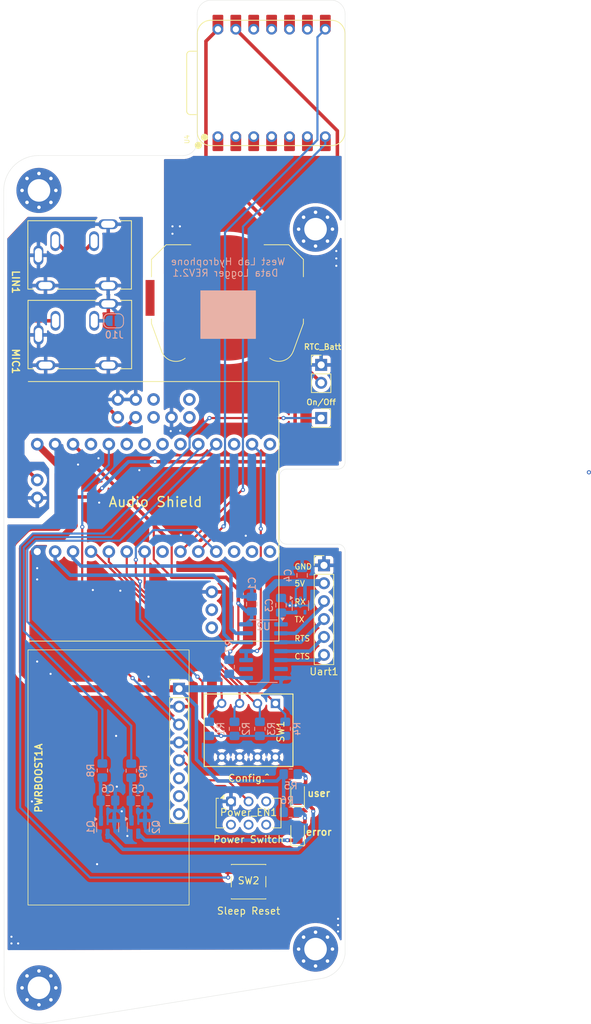
<source format=kicad_pcb>
(kicad_pcb (version 20241229) (generator "pcbnew") (generator_version "9.0")
  (title_block (rev "2"))
  (layers (0 "F.Cu" signal "Front") (2 "B.Cu" signal "Back") (13 "F.Paste" user) (15 "B.Paste" user) (5 "F.SilkS" user "F.Silkscreen") (7 "B.SilkS" user "B.Silkscreen") (1 "F.Mask" user) (3 "B.Mask" user) (25 "Edge.Cuts" user))
  (net 0 "")
  (net 1 "GND")
  (net 2 "+3V3")
  (net 3 "Net-(BT1-+)")
  (net 4 "Net-(D1-A)")
  (net 5 "Net-(D2-A)")
  (net 6 "Net-(R1-Pad2)")
  (net 7 "Net-(R1-Pad1)")
  (net 8 "Net-(R2-Pad2)")
  (net 9 "+1V8")
  (net 10 "Net-(R4-Pad2)")
  (net 11 "+5V")
  (net 12 "Net-(J3-Pin_5)")
  (net 13 "Net-(J10-Pin_2)")
  (net 14 "Net-(Power_EN1-Pin_2)")
  (net 16 "Net-(J1-Pin_1)")
  (net 17 "Net-(J3-Pin_6)")
  (net 18 "Net-(J3-Pin_4)")
  (net 19 "Net-(J3-Pin_3)")
  (net 20 "Net-(U2-OE)")
  (net 21 "Net-(U2-B2)")
  (net 22 "Net-(U2-B1)")
  (net 23 "Net-(U2-B3)")
  (net 27 "Net-(LIN1-Pad3)")
  (net 28 "Net-(LIN1-Pad2)")
  (net 29 "Net-(MIC1-Pad2)")
  (net 30 "nrf_TX")
  (net 39 "nrf_RX")
  (net 44 "Net-(RV1-Pad3)")
  (net 46 "Net-(RV1-Pad2)")
  (net 50 "Net-(U1-LBO)")
  (net 51 "Audio_GND")
  (net 52 "Net-(D1-K)")
  (net 53 "Net-(D2-K)")
  (net 54 "Net-(Q1-G)")
  (net 55 "Net-(Q2-G)")
  (net 56 "Net-(R8-Pad1)")
  (net 57 "Net-(R9-Pad1)")
  (net 76 "Net-(R3-Pad2)")
  (footprint "Project_Footprint_Lib:XIAO-nRF52840-DIP" (layer "F.Cu") (at 150.5685 25.25 90)
    (property "Reference" "U4")
    (property "Value" "XIAO-Add-On")
  )
  (footprint "LED_SMD:LED_0805_2012Metric_Pad1.15x1.40mm_HandSolder" (layer "F.Cu") (at 154.26125 126.08875 90)
    (property "Reference" "D1" (hide yes))
    (property "Value" "user")
  )
  (footprint "Button_Switch_THT:SW_CK_JS202011CQN_DPDT_Straight" (layer "F.Cu") (at 144.8 127.2)
    (property "Reference" "Power_EN1")
    (property "Value" "Power Switch")
  )
  (footprint "MountingHole:MountingHole_3.2mm_M3_Pad_Via" (layer "F.Cu") (at 117.552944 153.652505)
    (property "Reference" "J6" (hide yes))
    (property "Value" "Mounting Hole" (hide yes))
  )
  (footprint "Connector_PinSocket_2.54mm:PinSocket_1x01_P2.54mm_Vertical" (layer "F.Cu") (at 157.6 72.8)
    (property "Reference" "J1" (hide yes))
    (property "Value" "On/Off")
  )
  (footprint "Button_Switch_SMD:SW_SPST_PTS647_Sx38" (layer "F.Cu") (at 147.3 138.59)
    (property "Reference" "SW2")
    (property "Value" "Sleep Reset")
  )
  (footprint "MountingHole:MountingHole_3.2mm_M3_Pad_Via" (layer "F.Cu") (at 117.552944 40.5)
    (property "Reference" "J5" (hide yes))
    (property "Value" "Mounting Hole")
  )
  (footprint "Battery:BatteryHolder_Keystone_3034_1x20mm" (layer "F.Cu") (at 144.3 55.75)
    (property "Reference" "BT1" (hide yes))
    (property "Value" "RTC_CoinCell" (hide yes))
  )
  (footprint "Connector_PinHeader_2.54mm:PinHeader_1x06_P2.54mm_Vertical" (layer "F.Cu") (at 158 93.7)
    (property "Reference" "J3" (hide yes))
    (property "Value" "Uart1")
  )
  (footprint "MountingHole:MountingHole_3.2mm_M3_Pad_Via" (layer "F.Cu") (at 156.802944 46)
    (property "Reference" "J8" (hide yes))
    (property "Value" "Mounting Hole")
  )
  (footprint "Dev_boards:ADA_powerBoost1A" (layer "F.Cu") (at 137.4275 111.21)
    (property "Reference" "U1" (hide yes))
    (property "Value" "~" (hide yes))
  )
  (footprint "Dev_boards:AUDIOSHIELD" (layer "F.Cu") (at 133.82 86.67)
    (property "Reference" "T1" (hide yes))
    (property "Value" "~")
  )
  (footprint "LED_SMD:LED_0805_2012Metric_Pad1.15x1.40mm_HandSolder" (layer "F.Cu") (at 154.26125 131.61375 90)
    (property "Reference" "D2" (hide yes))
    (property "Value" "error")
  )
  (footprint "Imports:DIP8_208-4_CTS" (layer "F.Cu") (at 151.11 113.29 -90)
    (property "Reference" "SW1")
    (property "Value" "SW_DIP_x04" (hide yes))
  )
  (footprint "Connector_Audio:CUI_SJ1-3533NS" (layer "F.Cu") (at 117.475 49.7)
    (property "Reference" "LIN1")
    (property "Value" "SJ1-3533NS" (hide yes))
  )
  (footprint "Connector_Audio:CUI_SJ1-3533NS" (layer "F.Cu") (at 117.5 61)
    (property "Reference" "MIC1")
    (property "Value" "SJ1-3533NS" (hide yes))
  )
  (footprint "Connector_PinHeader_2.54mm:PinHeader_1x02_P2.54mm_Vertical" (layer "F.Cu") (at 157.6 65.26)
    (property "Reference" "J2" (hide yes))
    (property "Value" "RTC_Batt")
  )
  (footprint "MountingHole:MountingHole_3.2mm_M3_Pad_Via" (layer "F.Cu") (at 156.802944 148.152505)
    (property "Reference" "J7" (hide yes))
    (property "Value" "Mounting Hole")
  )
  (footprint "Package_TO_SOT_SMD:SOT-23" (layer "B.Cu") (at 131.65 130.8375 -90)
    (property "Reference" "Q2")
    (property "Value" "2N7002")
  )
  (footprint "Package_TO_SOT_SMD:SOT-23" (layer "B.Cu") (at 127.3 130.875 -90)
    (property "Reference" "Q1")
    (property "Value" "2N7002")
  )
  (footprint "Capacitor_SMD:C_0805_2012Metric_Pad1.18x1.45mm_HandSolder" (layer "B.Cu") (at 131.6125 127.1 180)
    (property "Reference" "C5")
    (property "Value" "10n")
  )
  (footprint "Capacitor_SMD:C_0805_2012Metric_Pad1.18x1.45mm_HandSolder" (layer "B.Cu") (at 127.3375 127.075 180)
    (property "Reference" "C6")
    (property "Value" "10n")
  )
  (footprint "Resistor_SMD:R_0805_2012Metric_Pad1.20x1.40mm_HandSolder" (layer "B.Cu") (at 144.55 108.1 -90)
    (property "Reference" "R7")
    (property "Value" "10k")
  )
  (footprint "Resistor_SMD:R_0805_2012Metric_Pad1.20x1.40mm_HandSolder" (layer "B.Cu") (at 148.9 116.9 90)
    (property "Reference" "R3")
    (property "Value" "100k")
  )
  (footprint "Capacitor_SMD:C_0805_2012Metric_Pad1.18x1.45mm_HandSolder" (layer "B.Cu") (at 151.9 99.3625 -90)
    (property "Reference" "C3")
    (property "Value" "100n")
  )
  (footprint "Resistor_SMD:R_0805_2012Metric_Pad1.20x1.40mm_HandSolder" (layer "B.Cu") (at 152.5 116.9 90)
    (property "Reference" "R4")
    (property "Value" "100k")
  )
  (footprint "Resistor_SMD:R_0805_2012Metric_Pad1.20x1.40mm_HandSolder" (layer "B.Cu") (at 141.7 116.9 90)
    (property "Reference" "R1")
    (property "Value" "100k")
  )
  (footprint "Resistor_SMD:R_0805_2012Metric_Pad1.20x1.40mm_HandSolder" (layer "B.Cu") (at 153.27875 123.32875)
    (property "Reference" "R5")
    (property "Value" "470")
  )
  (footprint "Capacitor_SMD:C_0805_2012Metric_Pad1.18x1.45mm_HandSolder" (layer "B.Cu") (at 147.75 99.2 -90)
    (property "Reference" "C1")
    (property "Value" "100n")
  )
  (footprint "Package_TO_SOT_SMD:SOT-353_SC-70-5" (layer "B.Cu") (at 154.65 99.4 -90)
    (property "Reference" "U3" (hide yes))
    (property "Value" "MIC5365-1.8YC5")
  )
  (footprint "Resistor_SMD:R_0805_2012Metric_Pad1.20x1.40mm_HandSolder" (layer "B.Cu") (at 153.27875 128.72875)
    (property "Reference" "R6")
    (property "Value" "470")
  )
  (footprint "Resistor_SMD:R_0805_2012Metric_Pad1.20x1.40mm_HandSolder" (layer "B.Cu") (at 130.65 122.8375 -90)
    (property "Reference" "R9")
    (property "Value" "10k")
  )
  (footprint "Capacitor_SMD:C_0805_2012Metric_Pad1.18x1.45mm_HandSolder" (layer "B.Cu") (at 154.9 95.1125 90)
    (property "Reference" "C4")
    (property "Value" "100n")
  )
  (footprint "Resistor_SMD:R_0805_2012Metric_Pad1.20x1.40mm_HandSolder" (layer "B.Cu") (at 145.3 116.9 90)
    (property "Reference" "R2")
    (property "Value" "100k")
  )
  (footprint "Jumper:SolderJumper-2_P1.3mm_Open_RoundedPad1.0x1.5mm" (layer "B.Cu") (at 128.15 59 180)
    (property "Reference" "J10")
    (property "Value" "Conn_01x02_Pin")
  )
  (footprint "Resistor_SMD:R_0805_2012Metric_Pad1.20x1.40mm_HandSolder" (layer "B.Cu") (at 126.55 122.8125 -90)
    (property "Reference" "R8")
    (property "Value" "10k")
  )
  (footprint "Package_SO:SOIC-14_3.9x8.7mm_P1.27mm" (layer "B.Cu") (at 149.425 105.8775 180)
    (property "Reference" "U2")
    (property "Value" "TXS0104ED")
  )
  (gr_rect (start 140.525 54.75) (end 148.275 61.5) (stroke (width 0.127)) (fill yes) (layer "B.SilkS"))
  (gr_line (start 157.5 152.34956) (end 118.013028 158.723125) (stroke (width 0.0381)) (layer "Edge.Cuts"))
  (gr_line (start 159 13.5) (end 142 13.5) (stroke (width 0.0381)) (layer "Edge.Cuts"))
  (gr_arc (start 140 15.5) (mid 140.585786 14.085786) (end 142 13.5) (stroke (width 0.0381)) (layer "Edge.Cuts"))
  (gr_line (start 112.605888 153.600367) (end 112.552944 40.5) (stroke (width 0.0381)) (layer "Edge.Cuts"))
  (gr_arc (start 118.013007 158.723128) (mid 114.129354 157.406748) (end 112.605888 153.599561) (stroke (width 0.0381)) (layer "Edge.Cuts"))
  (gr_arc (start 161 148.849561) (mid 159.850439 151.2) (end 157.5 152.349561) (stroke (width 0.0381)) (layer "Edge.Cuts"))
  (gr_line (start 161 45.500006) (end 161 15.5) (stroke (width 0.0381)) (layer "Edge.Cuts"))
  (gr_line (start 138 35.552944) (end 117.5 35.552944) (stroke (width 0.0381)) (layer "Edge.Cuts"))
  (gr_line (start 140 15.5) (end 140 33.552944) (stroke (width 0.0381)) (layer "Edge.Cuts"))
  (gr_line (start 160 80.042893) (end 152.7 80.042893) (stroke (width 0.0381)) (layer "Edge.Cuts"))
  (gr_arc (start 159 13.5) (mid 160.414214 14.085786) (end 161 15.5) (stroke (width 0.0381)) (layer "Edge.Cuts"))
  (gr_arc (start 160 90.7) (mid 160.707107 90.992893) (end 161 91.7) (stroke (width 0.0381)) (layer "Edge.Cuts"))
  (gr_line (start 161 45.500006) (end 161 79.042893) (stroke (width 0.0381)) (layer "Edge.Cuts"))
  (gr_arc (start 152.7 90.7) (mid 151.992893 90.407107) (end 151.7 89.7) (stroke (width 0.0381)) (layer "Edge.Cuts"))
  (gr_line (start 152.7 90.7) (end 160 90.7) (stroke (width 0.0381)) (layer "Edge.Cuts"))
  (gr_arc (start 112.552944 40.5) (mid 114.001903 37.001903) (end 117.5 35.552944) (stroke (width 0.0381)) (layer "Edge.Cuts"))
  (gr_arc (start 151.7 81.042893) (mid 151.992893 80.335786) (end 152.7 80.042893) (stroke (width 0.0381)) (layer "Edge.Cuts"))
  (gr_arc (start 140 33.552944) (mid 139.414214 34.967158) (end 138 35.552944) (stroke (width 0.0381)) (layer "Edge.Cuts"))
  (gr_line (start 151.7 81.042893) (end 151.7 89.7) (stroke (width 0.0381)) (layer "Edge.Cuts"))
  (gr_line (start 161 91.7) (end 160.999999 148.849561) (stroke (width 0.0381)) (layer "Edge.Cuts"))
  (gr_arc (start 161 79.042893) (mid 160.707107 79.75) (end 160 80.042893) (stroke (width 0.0381)) (layer "Edge.Cuts"))
  (gr_text "GND" (at 153.75 94.35 0) (layer "F.SilkS") (effects (font (size 0.8 0.8) (thickness 0.127) (bold yes)) (justify left bottom)))
  (gr_text "CTS" (at 153.75 107.1 0) (layer "F.SilkS") (effects (font (size 0.8 0.8) (thickness 0.127) (bold yes)) (justify left bottom)))
  (gr_text "Config.^" (at 147.3 123.9 0) (layer "F.SilkS") (effects (font (size 1 1))))
  (gr_text "TX" (at 153.75 101.85 0) (layer "F.SilkS") (effects (font (size 0.8 0.8) (thickness 0.127) (bold yes)) (justify left bottom)))
  (gr_text "RTS" (at 153.75 104.55 0) (layer "F.SilkS") (effects (font (size 0.8 0.8) (thickness 0.127) (bold yes)) (justify left bottom)))
  (gr_text "5V" (at 153.75 96.75 0) (layer "F.SilkS") (effects (font (size 0.8 0.8) (thickness 0.127) (bold yes)) (justify left bottom)))
  (gr_text "RX" (at 153.75 99.35 0) (layer "F.SilkS") (effects (font (size 0.8 0.8) (thickness 0.127) (bold yes)) (justify left bottom)))
  (gr_text "West Lab Hydrophone \nData Logger REV2.1" (at 144 52.8 0) (layer "B.SilkS") (effects (font (size 1 1) (thickness 0.125)) (justify bottom mirror)))
  (via (at 195.6 80.5) (size 0.6) (drill 0.3) (layers "F.Cu" "B.Cu") (net 0))
  (segment (start 159.9 32.0415) (end 159.9 38.5) (width 0.5) (layer "F.Cu") (net 1))
  (segment (start 145.4885 17.63) (end 159.9 32.0415) (width 0.5) (layer "F.Cu") (net 1))
  (via (at 131.8 80.2) (size 0.6) (drill 0.3) (layers "F.Cu" "B.Cu") (net 1))
  (via (at 137.55 45.6) (size 0.6) (drill 0.3) (layers "F.Cu" "B.Cu") (net 1))
  (via (at 125.8 136.1) (size 0.6) (drill 0.3) (layers "F.Cu" "B.Cu") (net 1))
  (via (at 154 99.4) (size 0.6) (drill 0.3) (layers "F.Cu" "B.Cu") (net 1))
  (via (at 153.15 99.4) (size 0.6) (drill 0.3) (layers "F.Cu" "B.Cu") (net 1))
  (via (at 133.1 109.5) (size 0.6) (drill 0.3) (layers "F.Cu" "B.Cu") (net 1))
  (via (at 146.9 89.5) (size 0.6) (drill 0.3) (layers "F.Cu" "B.Cu") (net 1))
  (via (at 113.65 146.4) (size 0.6) (drill 0.3) (layers "F.Cu" "B.Cu") (net 1))
  (via (at 117.3 107.35) (size 0.6) (drill 0.3) (layers "F.Cu" "B.Cu") (net 1))
  (via (at 126 78.5) (size 0.6) (drill 0.3) (layers "F.Cu" "B.Cu") (net 1))
  (via (at 160 145.65) (size 0.6) (drill 0.3) (layers "F.Cu" "B.Cu") (net 1))
  (via (at 136.25 74.65) (size 0.6) (drill 0.3) (layers "F.Cu" "B.Cu") (net 1))
  (via (at 137.6 74.6) (size 0.6) (drill 0.3) (layers "F.Cu" "B.Cu") (net 1))
  (via (at 159.75 49.1) (size 0.6) (drill 0.3) (layers "F.Cu" "B.Cu") (net 1))
  (via (at 117.3 94.1) (size 0.6) (drill 0.3) (layers "F.Cu" "B.Cu") (net 1))
  (via (at 123.1 79.4) (size 0.6) (drill 0.3) (layers "F.Cu" "B.Cu") (net 1))
  (via (at 130.1 132.1) (size 0.6) (drill 0.3) (layers "F.Cu" "B.Cu") (net 1))
  (via (at 159.75 50.15) (size 0.6) (drill 0.3) (layers "F.Cu" "B.Cu") (net 1))
  (via (at 119.2 109.1) (size 0.6) (drill 0.3) (layers "F.Cu" "B.Cu") (net 1))
  (via (at 129.1 97.3) (size 0.6) (drill 0.3) (layers "F.Cu" "B.Cu") (net 1))
  (via (at 136.5 46.65) (size 0.6) (drill 0.3) (layers "F.Cu" "B.Cu") (net 1))
  (via (at 117.3 95.7) (size 0.6) (drill 0.3) (layers "F.Cu" "B.Cu") (net 1))
  (via (at 160 144.75) (size 0.6) (drill 0.3) (layers "F.Cu" "B.Cu") (net 1))
  (via (at 159.75 51.2) (size 0.6) (drill 0.3) (layers "F.Cu" "B.Cu") (net 1))
  (via (at 113.65 147.35) (size 0.6) (drill 0.3) (layers "F.Cu" "B.Cu") (net 1))
  (via (at 137.7 89.4) (size 0.6) (drill 0.3) (layers "F.Cu" "B.Cu") (net 1))
  (via (at 116.55 127.2) (size 0.6) (drill 0.3) (layers "F.Cu" "B.Cu") (net 1))
  (via (at 136.5 45.6) (size 0.6) (drill 0.3) (layers "F.Cu" "B.Cu") (net 1))
  (via (at 126.1 84.8) (size 0.6) (drill 0.3) (layers "F.Cu" "B.Cu") (net 1))
  (via (at 125.2 97.2) (size 0.6) (drill 0.3) (layers "F.Cu" "B.Cu") (net 1))
  (via (at 129.3 128.6) (size 0.6) (drill 0.3) (layers "F.Cu" "B.Cu") (net 1))
  (via (at 128.5 117.9) (size 0.6) (drill 0.3) (layers "F.Cu" "B.Cu") (net 1))
  (via (at 160 143.85) (size 0.6) (drill 0.3) (layers "F.Cu" "B.Cu") (net 1))
  (via (at 128.6 125.1) (size 0.6) (drill 0.3) (layers "F.Cu" "B.Cu") (net 1))
  (via (at 114.6 147.35) (size 0.6) (drill 0.3) (layers "F.Cu" "B.Cu") (net 1))
  (segment (start 154.65 98.45) (end 154.65 98.9) (width 0.305) (layer "B.Cu") (net 1))
  (segment (start 152.975 99.4) (end 151.9 98.325) (width 0.305) (layer "B.Cu") (net 1))
  (segment (start 154 99.4) (end 153.15 99.4) (width 0.305) (layer "B.Cu") (net 1))
  (segment (start 152.175 109.9625) (end 151.9 109.6875) (width 0.305) (layer "B.Cu") (net 1))
  (segment (start 154.15 99.4) (end 154 99.4) (width 0.305) (layer "B.Cu") (net 1))
  (segment (start 154.65 98.9) (end 154.15 99.4) (width 0.305) (layer "B.Cu") (net 1))
  (segment (start 153.15 99.4) (end 152.975 99.4) (width 0.305) (layer "B.Cu") (net 1))
  (segment (start 136.4 95.4) (end 133.8475 92.8475) (width 0.305) (layer "F.Cu") (net 2))
  (segment (start 136.3875 95.3875) (end 136.4 95.4) (width 0.305) (layer "F.Cu") (net 2))
  (segment (start 145.85 104.75) (end 144.7 105.9) (width 0.305) (layer "F.Cu") (net 2))
  (segment (start 145.85 97.15) (end 144.1 95.4) (width 0.5) (layer "F.Cu") (net 2))
  (segment (start 122.39 76.51) (end 134.7 88.82) (width 0.5) (layer "F.Cu") (net 2))
  (segment (start 144.1 95.4) (end 136.4 95.4) (width 0.5) (layer "F.Cu") (net 2))
  (segment (start 145.85 99.1) (end 145.85 97.15) (width 0.5) (layer "F.Cu") (net 2))
  (segment (start 134.7 88.82) (end 136.3875 90.5075) (width 0.5) (layer "F.Cu") (net 2))
  (segment (start 133.8475 92.8475) (end 133.8475 87.9675) (width 0.305) (layer "F.Cu") (net 2))
  (segment (start 145.85 99.1) (end 145.85 104.75) (width 0.305) (layer "F.Cu") (net 2))
  (segment (start 136.3875 90.5075) (end 136.3875 95.3875) (width 0.305) (layer "F.Cu") (net 2))
  (via (at 144.7 105.9) (size 0.6) (drill 0.3) (layers "F.Cu" "B.Cu") (net 2))
  (via (at 145.85 99.1) (size 0.6) (drill 0.3) (layers "F.Cu" "B.Cu") (net 2))
  (segment (start 145.85 99.1) (end 146.9875 100.2375) (width 0.5) (layer "B.Cu") (net 2))
  (segment (start 146.95 100.3375) (end 147.05 100.2375) (width 0.305) (layer "B.Cu") (net 2))
  (segment (start 144.55 107.1) (end 144.55 106.05) (width 0.305) (layer "B.Cu") (net 2))
  (segment (start 147.75 101.2675) (end 146.95 102.0675) (width 0.5) (layer "B.Cu") (net 2))
  (segment (start 146.9875 100.2375) (end 147.05 100.2375) (width 0.5) (layer "B.Cu") (net 2))
  (segment (start 147.75 100.2375) (end 147.75 101.2675) (width 0.5) (layer "B.Cu") (net 2))
  (segment (start 144.55 106.05) (end 144.7 105.9) (width 0.305) (layer "B.Cu") (net 2))
  (segment (start 147.42 102.0675) (end 146.95 102.0675) (width 0.5) (layer "B.Cu") (net 2))
  (segment (start 155.285 65.485) (end 157.6 67.8) (width 0.5) (layer "F.Cu") (net 3))
  (segment (start 155.285 55.75) (end 155.285 65.485) (width 0.5) (layer "F.Cu") (net 3))
  (segment (start 155.39625 123.92875) (end 155.39625 124.61125) (width 0.5) (layer "F.Cu") (net 4))
  (segment (start 155.39625 124.61125) (end 154.94375 125.06375) (width 0.5) (layer "F.Cu") (net 4))
  (segment (start 154.94375 125.06375) (end 154.26125 125.06375) (width 0.5) (layer "F.Cu") (net 4))
  (via (at 155.39625 123.92875) (size 0.6) (drill 0.3) (layers "F.Cu" "B.Cu") (net 4))
  (segment (start 155.39625 123.92875) (end 155.39625 123.64625) (width 0.5) (layer "B.Cu") (net 4))
  (segment (start 155.07875 123.32875) (end 154.27875 123.32875) (width 0.5) (layer "B.Cu") (net 4))
  (segment (start 155.39625 123.64625) (end 155.07875 123.32875) (width 0.5) (layer "B.Cu") (net 4))
  (segment (start 155.3 130.123479) (end 154.834729 130.58875) (width 0.5) (layer "F.Cu") (net 5))
  (segment (start 155.3 129.55) (end 155.3 130.123479) (width 0.5) (layer "F.Cu") (net 5))
  (segment (start 154.834729 130.58875) (end 154.26125 130.58875) (width 0.5) (layer "F.Cu") (net 5))
  (via (at 155.3 129.55) (size 0.6) (drill 0.3) (layers "F.Cu" "B.Cu") (net 5))
  (segment (start 155.3 129.55) (end 155.3 129.15) (width 0.5) (layer "B.Cu") (net 5))
  (segment (start 155.3 129.15) (end 154.87875 128.72875) (width 0.5) (layer "B.Cu") (net 5))
  (segment (start 154.87875 128.72875) (end 154.27875 128.72875) (width 0.5) (layer "B.Cu") (net 5))
  (segment (start 143.45 109.896776) (end 143.45 112) (width 0.305) (layer "F.Cu") (net 6))
  (segment (start 143.49 112.04) (end 143.49 113.29) (width 0.305) (layer "F.Cu") (net 6))
  (segment (start 124.93 91.75) (end 125.303224 91.75) (width 0.305) (layer "F.Cu") (net 6))
  (segment (start 143.45 112) (end 143.49 112.04) (width 0.305) (layer "F.Cu") (net 6))
  (segment (start 125.303224 91.75) (end 143.45 109.896776) (width 0.305) (layer "F.Cu") (net 6))
  (segment (start 124.93 91.82) (end 124.93 91.75) (width 0.305) (layer "F.Cu") (net 6))
  (segment (start 141.7 115.9) (end 141.7 114.93) (width 0.305) (layer "B.Cu") (net 6))
  (segment (start 141.7 114.93) (end 143.34 113.29) (width 0.305) (layer "B.Cu") (net 6))
  (segment (start 131.3 95.392819) (end 131.8975 95.990319) (width 0.305) (layer "F.Cu") (net 7))
  (segment (start 131.3 92.9) (end 131.3 95.392819) (width 0.305) (layer "F.Cu") (net 7))
  (segment (start 140.75 110.2) (end 140.75 115.25) (width 0.305) (layer "F.Cu") (net 7))
  (segment (start 140.05 109.5) (end 140.75 110.2) (width 0.305) (layer "F.Cu") (net 7))
  (segment (start 140.75 115.25) (end 143.4 117.9) (width 0.305) (layer "F.Cu") (net 7))
  (via (at 131.8975 95.990319) (size 0.6) (drill 0.3) (layers "F.Cu" "B.Cu") (net 7))
  (via (at 143.4 117.9) (size 0.6) (drill 0.3) (layers "F.Cu" "B.Cu") (net 7))
  (via (at 140.05 109.5) (size 0.6) (drill 0.3) (layers "F.Cu" "B.Cu") (net 7))
  (via (at 131.3 92.9) (size 0.6) (drill 0.3) (layers "F.Cu" "B.Cu") (net 7))
  (segment (start 152.5 117.9) (end 148.9 117.9) (width 0.305) (layer "B.Cu") (net 7))
  (segment (start 142.71 91.75) (end 139.66 88.7) (width 0.305) (layer "B.Cu") (net 7))
  (segment (start 131.8975 101.3475) (end 140.05 109.5) (width 0.305) (layer "B.Cu") (net 7))
  (segment (start 141.7 117.9) (end 143.4 117.9) (width 0.305) (layer "B.Cu") (net 7))
  (segment (start 139.66 88.7) (end 137.7 88.7) (width 0.305) (layer "B.Cu") (net 7))
  (segment (start 131.8975 95.990319) (end 131.8975 101.3475) (width 0.305) (layer "B.Cu") (net 7))
  (segment (start 137.7 88.7) (end 133.787839 88.7) (width 0.305) (layer "B.Cu") (net 7))
  (segment (start 145.3 117.9) (end 148.9 117.9) (width 0.305) (layer "B.Cu") (net 7))
  (segment (start 133.787839 88.7) (end 131.3 91.187839) (width 0.305) (layer "B.Cu") (net 7))
  (segment (start 131.3 91.187839) (end 131.3 92.9) (width 0.305) (layer "B.Cu") (net 7))
  (segment (start 141.7 117.7) (end 141.7 117.9) (width 0.305) (layer "B.Cu") (net 7))
  (segment (start 143.4 117.9) (end 145.3 117.9) (width 0.305) (layer "B.Cu") (net 7))
  (segment (start 146.03 111.761184) (end 146.03 113.29) (width 0.305) (layer "F.Cu") (net 8))
  (segment (start 127.47 91.75) (end 127.47 93.201184) (width 0.305) (layer "F.Cu") (net 8))
  (segment (start 127.47 93.201184) (end 146.03 111.761184) (width 0.305) (layer "F.Cu") (net 8))
  (segment (start 126.75 91.75) (end 127.47 91.75) (width 0.305) (layer "F.Cu") (net 8))
  (segment (start 145.3 115.9) (end 145.3 113.87) (width 0.305) (layer "B.Cu") (net 8))
  (segment (start 145.3 113.87) (end 145.88 113.29) (width 0.305) (layer "B.Cu") (net 8))
  (segment (start 151.9 102.0675) (end 151.9 100.4) (width 0.5) (layer "B.Cu") (net 9))
  (segment (start 151.9 100.4) (end 153.95 100.4) (width 0.5) (layer "B.Cu") (net 9))
  (segment (start 153.95 100.4) (end 154 100.35) (width 0.5) (layer "B.Cu") (net 9))
  (segment (start 132.55 91.75) (end 132.55 96.85) (width 0.305) (layer "F.Cu") (net 10))
  (segment (start 149.72 111.9) (end 151.11 113.29) (width 0.305) (layer "F.Cu") (net 10))
  (segment (start 132.55 96.85) (end 147.6 111.9) (width 0.305) (layer "F.Cu") (net 10))
  (segment (start 147.6 111.9) (end 149.72 111.9) (width 0.305) (layer "F.Cu") (net 10))
  (segment (start 131.75 91.75) (end 132.55 91.75) (width 0.305) (layer "F.Cu") (net 10))
  (segment (start 152.5 115.9) (end 152.5 114.83) (width 0.305) (layer "B.Cu") (net 10))
  (segment (start 152.5 114.83) (end 150.96 113.29) (width 0.305) (layer "B.Cu") (net 10))
  (segment (start 115.2 108.8) (end 117.61 111.21) (width 1) (layer "F.Cu") (net 11))
  (segment (start 120.8 89.8) (end 116.7 89.8) (width 1) (layer "F.Cu") (net 11))
  (segment (start 122.55 81.75) (end 122.55 84) (width 1) (layer "F.Cu") (net 11))
  (segment (start 141.25 36.25) (end 141.25 19.3285) (width 0.5) (layer "F.Cu") (net 11))
  (segment (start 134 79) (end 150.0886 79) (width 0.5) (layer "F.Cu") (net 11))
  (segment (start 150.0886 79) (end 153.901 75.1876) (width 0.5) (layer "F.Cu") (net 11))
  (segment (start 116.7 89.8) (end 115.2 91.3) (width 1) (layer "F.Cu") (net 11))
  (segment (start 117.31 76.51) (end 122.55 81.75) (width 1) (layer "F.Cu") (net 11))
  (segment (start 122.55 88.05) (end 120.8 89.8) (width 1) (layer "F.Cu") (net 11))
  (segment (start 122.55 84) (end 125.25 84) (width 0.5) (layer "F.Cu") (net 11))
  (segment (start 115.2 91.3) (end 115.2 108.8) (width 1) (layer "F.Cu") (net 11))
  (segment (start 125.25 84) (end 126.5 82.75) (width 0.5) (layer "F.Cu") (net 11))
  (segment (start 153.901 75.1876) (end 153.901 48.901) (width 0.5) (layer "F.Cu") (net 11))
  (segment (start 117.61 111.21) (end 137.4275 111.21) (width 1) (layer "F.Cu") (net 11))
  (segment (start 153.901 48.901) (end 141.25 36.25) (width 0.5) (layer "F.Cu") (net 11))
  (segment (start 141.25 19.3285) (end 142.9485 17.63) (width 0.5) (layer "F.Cu") (net 11))
  (segment (start 122.55 84) (end 122.55 88.05) (width 1) (layer "F.Cu") (net 11))
  (via (at 126.5 82.75) (size 0.6) (drill 0.3) (layers "F.Cu" "B.Cu") (net 11))
  (via (at 134 79) (size 0.6) (drill 0.3) (layers "F.Cu" "B.Cu") (net 11))
  (via (at 134 79) (size 0.6) (drill 0.3) (layers "F.Cu" "B.Cu") (net 11))
  (segment (start 139.9 113.6825) (end 139.9 121.25) (width 0.5) (layer "B.Cu") (net 11))
  (segment (start 154 97.05) (end 154 98.45) (width 0.305) (layer "B.Cu") (net 11))
  (segment (start 130.25 79) (end 134 79) (width 0.5) (layer "B.Cu") (net 11))
  (segment (start 139.9 121.25) (end 142.95 124.3) (width 0.5) (layer "B.Cu") (net 11))
  (segment (start 154.9 96.15) (end 157.91 96.15) (width 1) (layer "B.Cu") (net 11))
  (segment (start 155.3 96.55) (end 154.9 96.15) (width 0.305) (layer "B.Cu") (net 11))
  (segment (start 154.9 96.15) (end 154 97.05) (width 0.305) (layer "B.Cu") (net 11))
  (segment (start 148.5525 111.21) (end 137.4275 111.21) (width 1) (layer "B.Cu") (net 11))
  (segment (start 151.3075 124.3) (end 152.27875 123.32875) (width 0.5) (layer "B.Cu") (net 11))
  (segment (start 154.9 96.15) (end 151.2125 96.15) (width 1) (layer "B.Cu") (net 11))
  (segment (start 157.91 96.15) (end 158 96.24) (width 0.305) (layer "B.Cu") (net 11))
  (segment (start 155.3 98.45) (end 155.3 96.55) (width 0.5) (layer "B.Cu") (net 11))
  (segment (start 126.5 82.75) (end 130.25 79) (width 0.5) (layer "B.Cu") (net 11))
  (segment (start 151.2125 96.15) (end 149.8 97.5625) (width 1) (layer "B.Cu") (net 11))
  (segment (start 149.8 97.5625) (end 149.8 109.9625) (width 1) (layer "B.Cu") (net 11))
  (segment (start 149.8 109.9625) (end 148.5525 111.21) (width 1) (layer "B.Cu") (net 11))
  (segment (start 152.27875 123.32875) (end 152.27875 128.72875) (width 0.5) (layer "B.Cu") (net 11))
  (segment (start 142.95 124.3) (end 151.3075 124.3) (width 0.5) (layer "B.Cu") (net 11))
  (segment (start 137.4275 111.21) (end 139.9 113.6825) (width 0.5) (layer "B.Cu") (net 11))
  (segment (start 155.9825 105.8775) (end 158 103.86) (width 0.5) (layer "B.Cu") (net 12))
  (segment (start 151.9 105.8775) (end 155.9825 105.8775) (width 0.5) (layer "B.Cu") (net 12))
  (segment (start 127.5 59) (end 125.4 59) (width 0.5) (layer "B.Cu") (net 13))
  (segment (start 147.3 127.2) (end 144.3 124.2) (width 0.305) (layer "F.Cu") (net 14))
  (segment (start 137.92 121.37) (end 137.4275 121.37) (width 0.305) (layer "F.Cu") (net 14))
  (segment (start 140.75 124.2) (end 137.92 121.37) (width 0.305) (layer "F.Cu") (net 14))
  (segment (start 144.3 124.2) (end 140.75 124.2) (width 0.305) (layer "F.Cu") (net 14))
  (segment (start 138.0975 120.7) (end 137.4275 121.37) (width 0.305) (layer "B.Cu") (net 14))
  (segment (start 152.25 72.8) (end 141.75 72.8) (width 0.305) (layer "F.Cu") (net 16))
  (segment (start 144.365 136.99) (end 144.365 137.965) (width 0.305) (layer "F.Cu") (net 16))
  (segment (start 144.365 137.965) (end 144.4 138) (width 0.305) (layer "F.Cu") (net 16))
  (segment (start 149.615 136.99) (end 144.365 136.99) (width 0.305) (layer "F.Cu") (net 16))
  (via (at 144.4 138) (size 0.6) (drill 0.3) (layers "F.Cu" "B.Cu") (net 16))
  (via (at 141.75 72.8) (size 0.6) (drill 0.3) (layers "F.Cu" "B.Cu") (net 16))
  (via (at 152.25 72.8) (size 0.6) (drill 0.3) (layers "F.Cu" "B.Cu") (net 16))
  (segment (start 138.9275 75.5725) (end 141.7 72.8) (width 0.305) (layer "B.Cu") (net 16))
  (segment (start 152.25 72.8) (end 157.6 72.8) (width 0.305) (layer "B.Cu") (net 16))
  (segment (start 116.683656 89.188) (end 126.764161 89.188) (width 0.305) (layer "B.Cu") (net 16))
  (segment (start 138.9275 77.024661) (end 138.9275 75.5725) (width 0.305) (layer "B.Cu") (net 16))
  (segment (start 144.4 138) (end 124.8 138) (width 0.305) (layer "B.Cu") (net 16))
  (segment (start 126.764161 89.188) (end 138.9275 77.024661) (width 0.305) (layer "B.Cu") (net 16))
  (segment (start 124.8 138) (end 114.888 128.088) (width 0.305) (layer "B.Cu") (net 16))
  (segment (start 141.7 72.8) (end 141.75 72.8) (width 0.305) (layer "B.Cu") (net 16))
  (segment (start 114.888 90.983656) (end 116.683656 89.188) (width 0.305) (layer "B.Cu") (net 16))
  (segment (start 114.888 128.088) (end 114.888 90.983656) (width 0.305) (layer "B.Cu") (net 16))
  (segment (start 157.2525 107.1475) (end 158 106.4) (width 0.5) (layer "B.Cu") (net 17))
  (segment (start 151.9 107.1475) (end 157.2525 107.1475) (width 0.5) (layer "B.Cu") (net 17))
  (segment (start 151.9 104.6075) (end 154.7125 104.6075) (width 0.5) (layer "B.Cu") (net 18))
  (segment (start 154.7125 104.6075) (end 158 101.32) (width 0.5) (layer "B.Cu") (net 18))
  (segment (start 153.9625 103.3375) (end 158 99.3) (width 0.5) (layer "B.Cu") (net 19))
  (segment (start 158 99.3) (end 158 98.78) (width 0.305) (layer "B.Cu") (net 19))
  (segment (start 151.9 103.3375) (end 153.9625 103.3375) (width 0.5) (layer "B.Cu") (net 19))
  (segment (start 146.95 109.6875) (end 145.1375 109.6875) (width 0.305) (layer "B.Cu") (net 20))
  (segment (start 146.925 109.7125) (end 146.95 109.6875) (width 0.305) (layer "B.Cu") (net 20))
  (segment (start 145.1375 109.6875) (end 144.55 109.1) (width 0.305) (layer "B.Cu") (net 20))
  (segment (start 143.8 96.6) (end 143.8 103.45) (width 0.5) (layer "B.Cu") (net 21))
  (segment (start 119.85 91.75) (end 119.85 92.95) (width 0.5) (layer "B.Cu") (net 21))
  (segment (start 143.8 103.45) (end 144.9575 104.6075) (width 0.5) (layer "B.Cu") (net 21))
  (segment (start 122 95.1) (end 142.3 95.1) (width 0.5) (layer "B.Cu") (net 21))
  (segment (start 142.3 95.1) (end 143.8 96.6) (width 0.5) (layer "B.Cu") (net 21))
  (segment (start 119.85 92.95) (end 122 95.1) (width 0.5) (layer "B.Cu") (net 21))
  (segment (start 144.9575 104.6075) (end 146.95 104.6075) (width 0.5) (layer "B.Cu") (net 21))
  (segment (start 144.8 95.1) (end 144.8 102.65) (width 0.5) (layer "B.Cu") (net 22))
  (segment (start 144.8 102.65) (end 145.4875 103.3375) (width 0.5) (layer "B.Cu") (net 22))
  (segment (start 145.4875 103.3375) (end 146.95 103.3375) (width 0.5) (layer "B.Cu") (net 22))
  (segment (start 123.5 93.8) (end 143.5 93.8) (width 0.5) (layer "B.Cu") (net 22))
  (segment (start 143.5 93.8) (end 144.8 95.1) (width 0.5) (layer "B.Cu") (net 22))
  (segment (start 122.39 91.75) (end 122.39 92.69) (width 0.5) (layer "B.Cu") (net 22))
  (segment (start 122.39 92.69) (end 123.5 93.8) (width 0.5) (layer "B.Cu") (net 22))
  (segment (start 149.0325 105.3175) (end 148.5 105.85) (width 0.305) (layer "F.Cu") (net 23))
  (segment (start 149.0325 88.5) (end 149.0325 105.3175) (width 0.305) (layer "F.Cu") (net 23))
  (via (at 148.5 105.85) (size 0.6) (drill 0.3) (layers "F.Cu" "B.Cu") (net 23))
  (via (at 149.0325 88.5) (size 0.6) (drill 0.3) (layers "F.Cu" "B.Cu") (net 23))
  (segment (start 146.95 105.8775) (end 146.95 107.1475) (width 0.5) (layer "B.Cu") (net 23))
  (segment (start 146.9775 105.85) (end 146.95 105.8775) (width 0.305) (layer "B.Cu") (net 23))
  (segment (start 149.0325 88.5) (end 149.0325 77.7825) (width 0.305) (layer "B.Cu") (net 23))
  (segment (start 149.0325 77.7825) (end 147.75 76.5) (width 0.305) (layer "B.Cu") (net 23))
  (segment (start 148.5 105.85) (end 146.9775 105.85) (width 0.305) (layer "B.Cu") (net 23))
  (segment (start 123.75 67.71) (end 123.75 49.325) (width 0.5) (layer "F.Cu") (net 27))
  (segment (start 128.74 72.7) (end 123.75 67.71) (width 0.5) (layer "F.Cu") (net 27))
  (segment (start 123.75 49.325) (end 125.375 47.7) (width 0.5) (layer "F.Cu") (net 27))
  (segment (start 121.75 68.75) (end 121.75 49.575) (width 0.5) (layer "F.Cu") (net 28))
  (segment (start 121.75 49.575) (end 119.875 47.7) (width 0.5) (layer "F.Cu") (net 28))
  (segment (start 127.25 74.25) (end 121.75 68.75) (width 0.5) (layer "F.Cu") (net 28))
  (segment (start 129.73 74.25) (end 127.25 74.25) (width 0.5) (layer "F.Cu") (net 28))
  (segment (start 131.28 72.7) (end 129.73 74.25) (width 0.5) (layer "F.Cu") (net 28))
  (segment (start 114.25 61.5) (end 116.75 59) (width 0.5) (layer "F.Cu") (net 29))
  (segment (start 114.25 78.53) (end 114.25 61.5) (width 0.5) (layer "F.Cu") (net 29))
  (segment (start 116.75 59) (end 119.9 59) (width 0.5) (layer "F.Cu") (net 29))
  (segment (start 117.31 81.59) (end 114.25 78.53) (width 0.5) (layer "F.Cu") (net 29))
  (segment (start 137.63 91.75) (end 146.38 83) (width 0.305) (layer "F.Cu") (net 30))
  (segment (start 146.38 83) (end 146.5 83) (width 0.305) (layer "F.Cu") (net 30))
  (via (at 146.5 83) (size 0.6) (drill 0.3) (layers "F.Cu" "B.Cu") (net 30))
  (segment (start 158.1885 33.94763) (end 158.1885 32.87) (width 0.305) (layer "B.Cu") (net 30))
  (segment (start 146.5 83) (end 146.5 45.63613) (width 0.305) (layer "B.Cu") (net 30))
  (segment (start 146.5 45.63613) (end 158.1885 33.94763) (width 0.305) (layer "B.Cu") (net 30))
  (segment (start 143.75 88.17) (end 140.17 91.75) (width 0.305) (layer "F.Cu") (net 39))
  (via (at 143.75 88.17) (size 0.6) (drill 0.3) (layers "F.Cu" "B.Cu") (net 39))
  (segment (start 157.073 33.332056) (end 157.073 18.7455) (width 0.305) (layer "B.Cu") (net 39))
  (segment (start 143.75 88.17) (end 143.9525 87.9675) (width 0.305) (layer "B.Cu") (net 39))
  (segment (start 143.9525 46.452556) (end 157.073 33.332056) (width 0.305) (layer "B.Cu") (net 39))
  (segment (start 157.073 18.7455) (end 158.1885 17.63) (width 0.305) (layer "B.Cu") (net 39))
  (segment (start 143.9525 87.9675) (end 143.9525 46.452556) (width 0.305) (layer "B.Cu") (net 39))
  (segment (start 123.6875 102.55) (end 130.8375 109.7) (width 0.305) (layer "F.Cu") (net 50))
  (segment (start 123.7 90.2) (end 123.6875 90.2125) (width 0.305) (layer "F.Cu") (net 50))
  (segment (start 123.7 88.25) (end 123.7 90.2) (width 0.305) (layer "F.Cu") (net 50))
  (segment (start 123.6875 90.2125) (end 123.6875 102.55) (width 0.305) (layer "F.Cu") (net 50))
  (segment (start 130.8375 109.7) (end 130.8 109.7) (width 0.305) (layer "F.Cu") (net 50))
  (via (at 123.7 88.25) (size 0.6) (drill 0.3) (layers "F.Cu" "B.Cu") (net 50))
  (via (at 130.8375 109.7) (size 0.6) (drill 0.3) (layers "F.Cu" "B.Cu") (net 50))
  (segment (start 123.7 83.2) (end 127.47 79.43) (width 0.305) (layer "B.Cu") (net 50))
  (segment (start 127.47 79.43) (end 127.47 76.51) (width 0.305) (layer "B.Cu") (net 50))
  (segment (start 123.7 88.25) (end 123.7 83.2) (width 0.305) (layer "B.Cu") (net 50))
  (segment (start 130.8375 109.7) (end 137.4275 116.29) (width 0.305) (layer "B.Cu") (net 50))
  (segment (start 128.8 59) (end 128.8 58) (width 0.5) (layer "B.Cu") (net 51))
  (segment (start 128.8 58) (end 127.4 56.6) (width 0.5) (layer "B.Cu") (net 51))
  (segment (start 156.47875 128.32875) (end 155.26375 127.11375) (width 0.5) (layer "F.Cu") (net 52))
  (segment (start 155.26375 127.11375) (end 154.26125 127.11375) (width 0.5) (layer "F.Cu") (net 52))
  (segment (start 154.27625 127.12875) (end 154.26125 127.11375) (width 0.305) (layer "F.Cu") (net 52))
  (segment (start 156.47875 128.62875) (end 156.47875 128.32875) (width 0.5) (layer "F.Cu") (net 52))
  (via (at 156.47875 128.62875) (size 0.6) (drill 0.3) (layers "F.Cu" "B.Cu") (net 52))
  (segment (start 156.47875 131.82125) (end 156.47875 128.62875) (width 0.5) (layer "B.Cu") (net 52))
  (segment (start 127.3 131.8125) (end 129.4875 134) (width 0.5) (layer "B.Cu") (net 52))
  (segment (start 129.4875 134) (end 154.3 134) (width 0.5) (layer "B.Cu") (net 52))
  (segment (start 154.3 134) (end 156.47875 131.82125) (width 0.5) (layer "B.Cu") (net 52))
  (segment (start 127.175 131.9375) (end 127.3 131.8125) (width 0.5) (layer "B.Cu") (net 52))
  (segment (start 152.82125 132.72125) (end 152.8 132.7) (width 0.305) (layer "F.Cu") (net 53))
  (segment (start 154.17875 132.72125) (end 152.82125 132.72125) (width 0.5) (layer "F.Cu") (net 53))
  (segment (start 154.17875 132.72125) (end 154.26125 132.63875) (width 0.305) (layer "F.Cu") (net 53))
  (segment (start 153.49375 132.72125) (end 154.17875 132.72125) (width 0.5) (layer "F.Cu") (net 53))
  (via (at 152.8 132.7) (size 0.6) (drill 0.3) (layers "F.Cu" "B.Cu") (net 53))
  (segment (start 131.65 131.775) (end 131.725 131.7) (width 0.305) (layer "B.Cu") (net 53))
  (segment (start 152.8 132.7) (end 132.575 132.7) (width 0.5) (layer "B.Cu") (net 53))
  (segment (start 132.575 132.7) (end 131.65 131.775) (width 0.5) (layer "B.Cu") (net 53))
  (segment (start 126.3 127.3125) (end 126.3 124.0625) (width 0.5) (layer "B.Cu") (net 54))
  (segment (start 126.35 129.9375) (end 126.35 127.3625) (width 0.5) (layer "B.Cu") (net 54))
  (segment (start 126.3 124.0625) (end 126.55 123.8125) (width 0.305) (layer "B.Cu") (net 54))
  (segment (start 126.35 127.3625) (end 126.3 127.3125) (width 0.305) (layer "B.Cu") (net 54))
  (segment (start 130.575 123.9125) (end 130.65 123.8375) (width 0.5) (layer "B.Cu") (net 55))
  (segment (start 130.575 129.775) (end 130.7 129.9) (width 0.305) (layer "B.Cu") (net 55))
  (segment (start 130.575 127.3375) (end 130.575 123.9125) (width 0.5) (layer "B.Cu") (net 55))
  (segment (start 130.575 127.3375) (end 130.575 129.775) (width 0.5) (layer "B.Cu") (net 55))
  (segment (start 127.0375 121.8125) (end 126.55 121.8125) (width 0.305) (layer "B.Cu") (net 56))
  (segment (start 115.394 91.193248) (end 116.893248 89.694) (width 0.305) (layer "B.Cu") (net 56))
  (segment (start 115.394 102.994) (end 115.394 91.193248) (width 0.305) (layer "B.Cu") (net 56))
  (segment (start 116.893248 89.694) (end 127.806 89.694) (width 0.305) (layer "B.Cu") (net 56))
  (segment (start 126.55 114.15) (end 115.394 102.994) (width 0.305) (layer "B.Cu") (net 56))
  (segment (start 127.806 89.694) (end 140.17 77.33) (width 0.305) (layer "B.Cu") (net 56))
  (segment (start 140.17 77.33) (end 140.17 76.51) (width 0.305) (layer "B.Cu") (net 56))
  (segment (start 126.55 121.8125) (end 126.55 114.15) (width 0.305) (layer "B.Cu") (net 56))
  (segment (start 117.10284 90.2) (end 129.02 90.2) (width 0.305) (layer "B.Cu") (net 57))
  (segment (start 115.9 91.40284) (end 117.10284 90.2) (width 0.305) (layer "B.Cu") (net 57))
  (segment (start 130.65 121.8375) (end 130.65 116.45) (width 0.305) (layer "B.Cu") (net 57))
  (segment (start 115.9 101.7) (end 115.9 91.40284) (width 0.305) (layer "B.Cu") (net 57))
  (segment (start 130.65 116.45) (end 115.9 101.7) (width 0.305) (layer "B.Cu") (net 57))
  (segment (start 129.02 90.2) (end 142.71 76.51) (width 0.305) (layer "B.Cu") (net 57))
  (segment (start 129.25 91.75) (end 130.01 91.75) (width 0.305) (layer "F.Cu") (net 76))
  (segment (start 148.274408 113.29) (end 148.57 113.29) (width 0.305) (layer "F.Cu") (net 76))
  (segment (start 130.01 95.025592) (end 148.274408 113.29) (width 0.305) (layer "F.Cu") (net 76))
  (segment (start 130.01 91.75) (end 130.01 95.025592) (width 0.305) (layer "F.Cu") (net 76))
  (segment (start 148.9 115.9) (end 148.9 113.77) (width 0.305) (layer "B.Cu") (net 76))
  (segment (start 148.9 113.77) (end 148.42 113.29) (width 0.305) (layer "B.Cu") (net 76))
  (zone (net 51) (net_name "Audio_GND") (layer "F.Cu") (priority 2) (connect_pads (clearance 0.5)) (min_thickness 0.25) (fill yes (thermal_gap 0.5) (thermal_bridge_width 0.5))
    (polygon (pts (xy 132.3 44.25) (xy 132.3 75) (xy 116.25 75) (xy 115.5 76) (xy 115.5 78) (xy 116.25 79) (xy 118.25 79) (xy 119 80) (xy 119 85.633335) (xy 117.535716 87) (xy 112.6 87) (xy 112.6 47.799156) (xy 115.950403 44.25)))
  )
  (zone (net 1) (net_name "GND") (layers "F.Cu" "B.Cu") (connect_pads (clearance 0.5)) (min_thickness 0.25) (fill yes (thermal_gap 0.5) (thermal_bridge_width 0.5))
    (polygon (pts (xy 161 78.95) (xy 160.1 78.95) (xy 160.1 80.05) (xy 151.7 80.05) (xy 151.7 90.7) (xy 160.1 90.7) (xy 160.1 91.7) (xy 161 91.7) (xy 161 148.2) (xy 112.6 148.3) (xy 112.6 87.9) (xy 118.004548 87.9) (xy 119.75 86.364002) (xy 119.75 76.5) (xy 135.246897 76.5) (xy 135.3 35.6) (xy 161 35.6)))
  )
  (zone (net 51) (net_name "Audio_GND") (layer "B.Cu") (priority 3) (connect_pads (clearance 0.5)) (min_thickness 0.25) (fill yes (thermal_gap 0.5) (thermal_bridge_width 0.5))
    (polygon (pts (xy 132.3 44.25) (xy 132.3 75) (xy 116.25 75) (xy 115.5 76) (xy 115.5 78) (xy 116.25 79) (xy 118.25 79) (xy 119 80) (xy 119 85.64667) (xy 117.550004 87) (xy 112.6 87) (xy 112.6 47.845767) (xy 115.994404 44.25)))
  )
)
</source>
